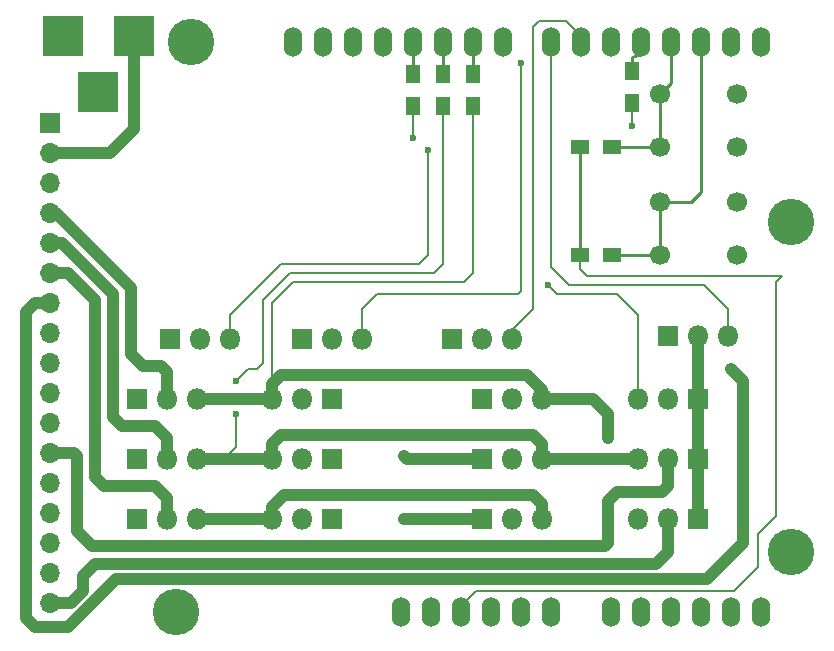
<source format=gbr>
G04 #@! TF.FileFunction,Copper,L1,Top,Signal*
%FSLAX46Y46*%
G04 Gerber Fmt 4.6, Leading zero omitted, Abs format (unit mm)*
G04 Created by KiCad (PCBNEW 4.0.6) date 01/15/18 08:07:30*
%MOMM*%
%LPD*%
G01*
G04 APERTURE LIST*
%ADD10C,0.100000*%
%ADD11O,1.524000X2.540000*%
%ADD12C,3.937000*%
%ADD13R,3.500000X3.500000*%
%ADD14R,1.700000X1.700000*%
%ADD15O,1.700000X1.700000*%
%ADD16R,1.500000X1.300000*%
%ADD17R,1.300000X1.500000*%
%ADD18C,1.700000*%
%ADD19R,1.800000X1.800000*%
%ADD20O,1.800000X1.800000*%
%ADD21C,0.600000*%
%ADD22C,1.000000*%
%ADD23C,0.200000*%
%ADD24C,0.250000*%
G04 APERTURE END LIST*
D10*
D11*
X148844000Y-116586000D03*
X146304000Y-116586000D03*
X143764000Y-116586000D03*
X136144000Y-116586000D03*
X138684000Y-116586000D03*
X141224000Y-116586000D03*
X131064000Y-116586000D03*
X128524000Y-116586000D03*
X125984000Y-116586000D03*
X120904000Y-116586000D03*
X118364000Y-116586000D03*
X148844000Y-68326000D03*
X146304000Y-68326000D03*
X143764000Y-68326000D03*
X141224000Y-68326000D03*
X138684000Y-68326000D03*
X136144000Y-68326000D03*
X133604000Y-68326000D03*
X131064000Y-68326000D03*
X127000000Y-68326000D03*
X124460000Y-68326000D03*
X121920000Y-68326000D03*
X119380000Y-68326000D03*
X116840000Y-68326000D03*
X114300000Y-68326000D03*
X111760000Y-68326000D03*
X109220000Y-68326000D03*
X123444000Y-116586000D03*
D12*
X151384000Y-111506000D03*
X151384000Y-83566000D03*
X100584000Y-68326000D03*
X99314000Y-116586000D03*
D13*
X95758000Y-67818000D03*
X89758000Y-67818000D03*
X92758000Y-72518000D03*
D14*
X88646000Y-75184000D03*
D15*
X88646000Y-77724000D03*
X88646000Y-80264000D03*
X88646000Y-82804000D03*
X88646000Y-85344000D03*
X88646000Y-87884000D03*
X88646000Y-90424000D03*
X88646000Y-92964000D03*
X88646000Y-95504000D03*
X88646000Y-98044000D03*
X88646000Y-100584000D03*
X88646000Y-103124000D03*
X88646000Y-105664000D03*
X88646000Y-108204000D03*
X88646000Y-110744000D03*
X88646000Y-113284000D03*
X88646000Y-115824000D03*
D16*
X136224000Y-86360000D03*
X133524000Y-86360000D03*
X136224000Y-77216000D03*
X133524000Y-77216000D03*
D17*
X124460000Y-73740000D03*
X124460000Y-71040000D03*
X137922000Y-73486000D03*
X137922000Y-70786000D03*
X121920000Y-73740000D03*
X121920000Y-71040000D03*
X119380000Y-73740000D03*
X119380000Y-71040000D03*
D18*
X140312000Y-81860000D03*
X146812000Y-81860000D03*
X140312000Y-86360000D03*
X146812000Y-86360000D03*
X140312000Y-72716000D03*
X146812000Y-72716000D03*
X140312000Y-77216000D03*
X146812000Y-77216000D03*
D19*
X96012000Y-108712000D03*
D20*
X98552000Y-108712000D03*
X101092000Y-108712000D03*
D19*
X96012000Y-103632000D03*
D20*
X98552000Y-103632000D03*
X101092000Y-103632000D03*
D19*
X96012000Y-98552000D03*
D20*
X98552000Y-98552000D03*
X101092000Y-98552000D03*
D19*
X98806000Y-93472000D03*
D20*
X101346000Y-93472000D03*
X103886000Y-93472000D03*
D19*
X112522000Y-108712000D03*
D20*
X109982000Y-108712000D03*
X107442000Y-108712000D03*
D19*
X112522000Y-103632000D03*
D20*
X109982000Y-103632000D03*
X107442000Y-103632000D03*
D19*
X112522000Y-98552000D03*
D20*
X109982000Y-98552000D03*
X107442000Y-98552000D03*
D19*
X109982000Y-93472000D03*
D20*
X112522000Y-93472000D03*
X115062000Y-93472000D03*
D19*
X125222000Y-108712000D03*
D20*
X127762000Y-108712000D03*
X130302000Y-108712000D03*
D19*
X125222000Y-103632000D03*
D20*
X127762000Y-103632000D03*
X130302000Y-103632000D03*
D19*
X125222000Y-98552000D03*
D20*
X127762000Y-98552000D03*
X130302000Y-98552000D03*
D19*
X122682000Y-93472000D03*
D20*
X125222000Y-93472000D03*
X127762000Y-93472000D03*
D19*
X143510000Y-98552000D03*
D20*
X140970000Y-98552000D03*
X138430000Y-98552000D03*
D19*
X143510000Y-103632000D03*
D20*
X140970000Y-103632000D03*
X138430000Y-103632000D03*
D19*
X143510000Y-108712000D03*
D20*
X140970000Y-108712000D03*
X138430000Y-108712000D03*
D19*
X140970000Y-93218000D03*
D20*
X143510000Y-93218000D03*
X146050000Y-93218000D03*
D21*
X146304000Y-96012000D03*
X119380000Y-76454000D03*
X130810000Y-88900000D03*
X104394000Y-97028000D03*
X104394000Y-99822000D03*
X135890000Y-101854000D03*
X137922000Y-75438000D03*
X120650000Y-77470000D03*
X128524000Y-70104000D03*
X118618000Y-108712000D03*
X118618000Y-103378000D03*
D22*
X95758000Y-67818000D02*
X95758000Y-75692000D01*
X93726000Y-77724000D02*
X88646000Y-77724000D01*
X95758000Y-75692000D02*
X93726000Y-77724000D01*
X88646000Y-82804000D02*
X89154000Y-82804000D01*
X89154000Y-82804000D02*
X95504000Y-89154000D01*
X95504000Y-89154000D02*
X95504000Y-94742000D01*
X95504000Y-94742000D02*
X96520000Y-95758000D01*
X96520000Y-95758000D02*
X98044000Y-95758000D01*
X98044000Y-95758000D02*
X98552000Y-96266000D01*
X98552000Y-96266000D02*
X98552000Y-98552000D01*
X88646000Y-85344000D02*
X89662000Y-85344000D01*
X98552000Y-101854000D02*
X98552000Y-103632000D01*
X97536000Y-100838000D02*
X98552000Y-101854000D01*
X94742000Y-100838000D02*
X97536000Y-100838000D01*
X93980000Y-100076000D02*
X94742000Y-100838000D01*
X93980000Y-89662000D02*
X93980000Y-100076000D01*
X89662000Y-85344000D02*
X93980000Y-89662000D01*
X88646000Y-87884000D02*
X90170000Y-87884000D01*
X98552000Y-106934000D02*
X98552000Y-108712000D01*
X97536000Y-105918000D02*
X98552000Y-106934000D01*
X93218000Y-105918000D02*
X97536000Y-105918000D01*
X92456000Y-105156000D02*
X93218000Y-105918000D01*
X92456000Y-90170000D02*
X92456000Y-105156000D01*
X90170000Y-87884000D02*
X92456000Y-90170000D01*
X88646000Y-90424000D02*
X87376000Y-90424000D01*
X147320000Y-97028000D02*
X146304000Y-96012000D01*
X147320000Y-110744000D02*
X147320000Y-97028000D01*
X144272000Y-113792000D02*
X147320000Y-110744000D01*
X94234000Y-113792000D02*
X144272000Y-113792000D01*
X90170000Y-117856000D02*
X94234000Y-113792000D01*
X87376000Y-117856000D02*
X90170000Y-117856000D01*
X86614000Y-117094000D02*
X87376000Y-117856000D01*
X86614000Y-91186000D02*
X86614000Y-117094000D01*
X87376000Y-90424000D02*
X86614000Y-91186000D01*
X98298000Y-110998000D02*
X92202000Y-110998000D01*
X92202000Y-110998000D02*
X90932000Y-109728000D01*
X135636000Y-110998000D02*
X135890000Y-110744000D01*
X98298000Y-110998000D02*
X135636000Y-110998000D01*
X140970000Y-103632000D02*
X140970000Y-105918000D01*
X90678000Y-103124000D02*
X88646000Y-103124000D01*
X90932000Y-103378000D02*
X90678000Y-103124000D01*
X90932000Y-109728000D02*
X90932000Y-103378000D01*
X135890000Y-107188000D02*
X135890000Y-110744000D01*
X136652000Y-106426000D02*
X135890000Y-107188000D01*
X140462000Y-106426000D02*
X136652000Y-106426000D01*
X140970000Y-105918000D02*
X140462000Y-106426000D01*
X88646000Y-115824000D02*
X90424000Y-115824000D01*
X98552000Y-112522000D02*
X92456000Y-112522000D01*
X92456000Y-112522000D02*
X92329000Y-112649000D01*
X91440000Y-114808000D02*
X90424000Y-115824000D01*
X91440000Y-113538000D02*
X91440000Y-114808000D01*
X92329000Y-112649000D02*
X91440000Y-113538000D01*
X139954000Y-112522000D02*
X140970000Y-111506000D01*
X98552000Y-112522000D02*
X139954000Y-112522000D01*
X140970000Y-111506000D02*
X140970000Y-108712000D01*
D23*
X138430000Y-98552000D02*
X138430000Y-91440000D01*
X119380000Y-76454000D02*
X119380000Y-73740000D01*
X131572000Y-89662000D02*
X130810000Y-88900000D01*
X136652000Y-89662000D02*
X131572000Y-89662000D01*
X138430000Y-91440000D02*
X136652000Y-89662000D01*
D22*
X107442000Y-108712000D02*
X107442000Y-107696000D01*
X130302000Y-107442000D02*
X130302000Y-108712000D01*
X129540000Y-106680000D02*
X130302000Y-107442000D01*
X108458000Y-106680000D02*
X129540000Y-106680000D01*
X107442000Y-107696000D02*
X108458000Y-106680000D01*
X101092000Y-108712000D02*
X107442000Y-108712000D01*
D23*
X101092000Y-103632000D02*
X103378000Y-103632000D01*
X121920000Y-87122000D02*
X121920000Y-73740000D01*
X121158000Y-87884000D02*
X121920000Y-87122000D01*
X108966000Y-87884000D02*
X121158000Y-87884000D01*
X106680000Y-90170000D02*
X108966000Y-87884000D01*
X106680000Y-95504000D02*
X106680000Y-90170000D01*
X106172000Y-96012000D02*
X106680000Y-95504000D01*
X105410000Y-96012000D02*
X106172000Y-96012000D01*
X104394000Y-97028000D02*
X105410000Y-96012000D01*
X104394000Y-102616000D02*
X104394000Y-99822000D01*
X103378000Y-103632000D02*
X104394000Y-102616000D01*
D22*
X130302000Y-103632000D02*
X138430000Y-103632000D01*
X107442000Y-103632000D02*
X107442000Y-102362000D01*
X130302000Y-102362000D02*
X130302000Y-103632000D01*
X129540000Y-101600000D02*
X130302000Y-102362000D01*
X108204000Y-101600000D02*
X129540000Y-101600000D01*
X107442000Y-102362000D02*
X108204000Y-101600000D01*
X101092000Y-103632000D02*
X107442000Y-103632000D01*
D23*
X107442000Y-98552000D02*
X107442000Y-90424000D01*
X124460000Y-87884000D02*
X124460000Y-73740000D01*
X123698000Y-88646000D02*
X124460000Y-87884000D01*
X109220000Y-88646000D02*
X123698000Y-88646000D01*
X107442000Y-90424000D02*
X109220000Y-88646000D01*
D22*
X130302000Y-98552000D02*
X134620000Y-98552000D01*
X135890000Y-99822000D02*
X135890000Y-101854000D01*
X134620000Y-98552000D02*
X135890000Y-99822000D01*
X107442000Y-98552000D02*
X107442000Y-97282000D01*
X129032000Y-96520000D02*
X130302000Y-97790000D01*
X108204000Y-96520000D02*
X129032000Y-96520000D01*
X107442000Y-97282000D02*
X108204000Y-96520000D01*
X130302000Y-97790000D02*
X130302000Y-98552000D01*
X101092000Y-98552000D02*
X107442000Y-98552000D01*
D23*
X137922000Y-75438000D02*
X137922000Y-73486000D01*
X103886000Y-93472000D02*
X103886000Y-91440000D01*
X120650000Y-86360000D02*
X120650000Y-77470000D01*
X119888000Y-87122000D02*
X120650000Y-86360000D01*
X108204000Y-87122000D02*
X119888000Y-87122000D01*
X103886000Y-91440000D02*
X108204000Y-87122000D01*
X115062000Y-93472000D02*
X115062000Y-90932000D01*
X128524000Y-89408000D02*
X128524000Y-70104000D01*
X128270000Y-89662000D02*
X128524000Y-89408000D01*
X116332000Y-89662000D02*
X128270000Y-89662000D01*
X115062000Y-90932000D02*
X116332000Y-89662000D01*
D22*
X118618000Y-108712000D02*
X125222000Y-108712000D01*
X118872000Y-103632000D02*
X125222000Y-103632000D01*
X118618000Y-103378000D02*
X118872000Y-103632000D01*
D23*
X127762000Y-93472000D02*
X127762000Y-92710000D01*
X127762000Y-92710000D02*
X129540000Y-90932000D01*
X129540000Y-90932000D02*
X129540000Y-67056000D01*
X129540000Y-67056000D02*
X130048000Y-66548000D01*
X130048000Y-66548000D02*
X132334000Y-66548000D01*
X132334000Y-66548000D02*
X133604000Y-67818000D01*
X133604000Y-67818000D02*
X133604000Y-68326000D01*
D22*
X143510000Y-103632000D02*
X143510000Y-108712000D01*
X143510000Y-98552000D02*
X143510000Y-103632000D01*
X143510000Y-93218000D02*
X143510000Y-98552000D01*
D23*
X146050000Y-93218000D02*
X146050000Y-90932000D01*
X131064000Y-87376000D02*
X131064000Y-68326000D01*
X132588000Y-88900000D02*
X131064000Y-87376000D01*
X144018000Y-88900000D02*
X132588000Y-88900000D01*
X146050000Y-90932000D02*
X144018000Y-88900000D01*
D24*
X140312000Y-81860000D02*
X142930000Y-81860000D01*
X143764000Y-81026000D02*
X143764000Y-68326000D01*
X142930000Y-81860000D02*
X143764000Y-81026000D01*
X140312000Y-86360000D02*
X140312000Y-81860000D01*
X136224000Y-86360000D02*
X140312000Y-86360000D01*
D23*
X133524000Y-86360000D02*
X133524000Y-87550000D01*
X124714000Y-114808000D02*
X123444000Y-116078000D01*
X146558000Y-114808000D02*
X124714000Y-114808000D01*
X148590000Y-112776000D02*
X146558000Y-114808000D01*
X148590000Y-109982000D02*
X148590000Y-112776000D01*
X150114000Y-108458000D02*
X148590000Y-109982000D01*
X150114000Y-88646000D02*
X150114000Y-108458000D01*
X150622000Y-88138000D02*
X150114000Y-88646000D01*
X134112000Y-88138000D02*
X150622000Y-88138000D01*
X133524000Y-87550000D02*
X134112000Y-88138000D01*
X123444000Y-116078000D02*
X123444000Y-116586000D01*
D24*
X133524000Y-77216000D02*
X133524000Y-86360000D01*
X136224000Y-77216000D02*
X140312000Y-77216000D01*
X140312000Y-72716000D02*
X140312000Y-77216000D01*
X141224000Y-68326000D02*
X141224000Y-71804000D01*
X141224000Y-71804000D02*
X140312000Y-72716000D01*
X124460000Y-68326000D02*
X124460000Y-71040000D01*
X138684000Y-68326000D02*
X138684000Y-69342000D01*
X138684000Y-69342000D02*
X137922000Y-69596000D01*
X137922000Y-69596000D02*
X137922000Y-70786000D01*
X121920000Y-68326000D02*
X121920000Y-71040000D01*
X119380000Y-68326000D02*
X119380000Y-71040000D01*
M02*

</source>
